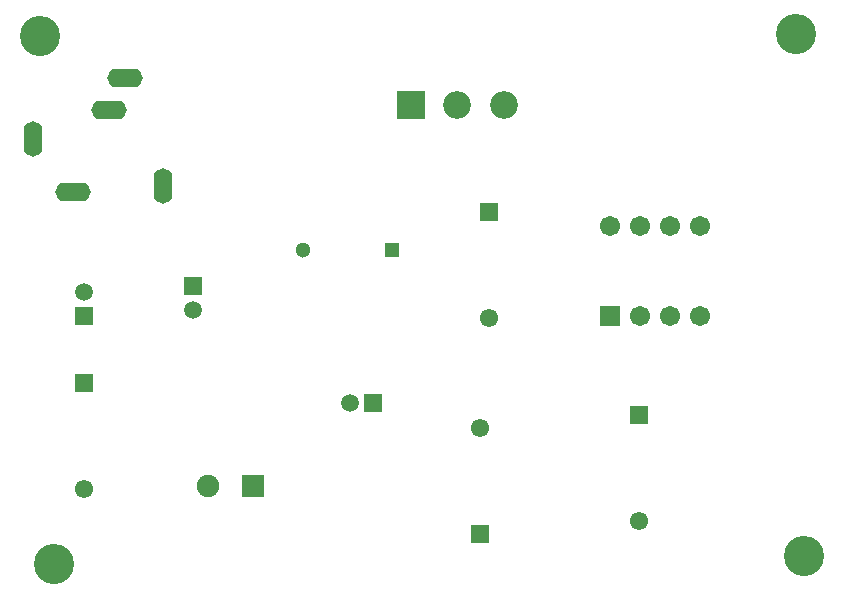
<source format=gts>
G04*
G04 #@! TF.GenerationSoftware,Altium Limited,Altium Designer,25.2.1 (25)*
G04*
G04 Layer_Color=8388736*
%FSLAX25Y25*%
%MOIN*%
G70*
G04*
G04 #@! TF.SameCoordinates,850D5FA2-28C2-4C25-8C15-A94B59A84C3C*
G04*
G04*
G04 #@! TF.FilePolarity,Negative*
G04*
G01*
G75*
%ADD16C,0.13398*%
%ADD17C,0.09265*%
%ADD18R,0.09265X0.09265*%
%ADD19R,0.06115X0.06115*%
%ADD20C,0.06115*%
%ADD21R,0.06706X0.06706*%
%ADD22C,0.06706*%
%ADD23C,0.07493*%
%ADD24R,0.07493X0.07493*%
%ADD25R,0.05918X0.05918*%
%ADD26C,0.05918*%
%ADD27R,0.05918X0.05918*%
%ADD28C,0.05118*%
%ADD29R,0.05118X0.05118*%
%ADD30O,0.06312X0.11824*%
%ADD31O,0.11824X0.06312*%
D16*
X361500Y486500D02*
D03*
X109500Y486000D02*
D03*
X114000Y310000D02*
D03*
X364000Y312500D02*
D03*
D17*
X264181Y463000D02*
D03*
X248590D02*
D03*
D18*
X233000D02*
D03*
D19*
X309000Y359717D02*
D03*
X256000Y319783D02*
D03*
X259000Y427216D02*
D03*
X124000Y370216D02*
D03*
D20*
X309000Y324284D02*
D03*
X256000Y355217D02*
D03*
X259000Y391783D02*
D03*
X124000Y334784D02*
D03*
D21*
X299500Y392500D02*
D03*
D22*
X309500D02*
D03*
X319500D02*
D03*
X329500D02*
D03*
X299500Y422500D02*
D03*
X309500D02*
D03*
X319500D02*
D03*
X329500D02*
D03*
D23*
X165500Y336000D02*
D03*
D24*
X180500D02*
D03*
D25*
X220500Y363500D02*
D03*
D26*
X212626D02*
D03*
X160500Y394563D02*
D03*
X124000Y400500D02*
D03*
D27*
X160500Y402437D02*
D03*
X124000Y392626D02*
D03*
D28*
X197236Y414500D02*
D03*
D29*
X226764D02*
D03*
D30*
X107205Y451516D02*
D03*
X150512Y435768D02*
D03*
D31*
X137913Y471988D02*
D03*
X132402Y461358D02*
D03*
X120591Y433799D02*
D03*
M02*

</source>
